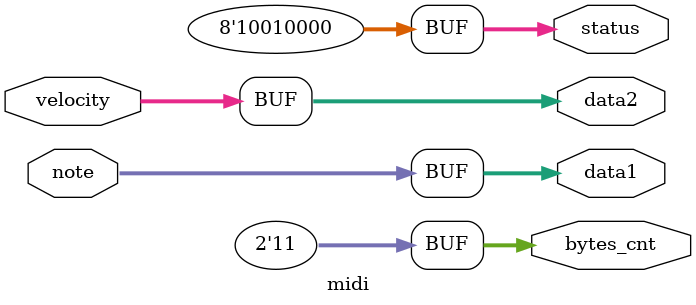
<source format=sv>
module midi
(
	input logic [7:0] note,
	input logic [7:0] velocity,
	output logic [7:0] status,
	output logic [7:0] data1,
	output logic [7:0] data2,
	output logic [1:0] bytes_cnt
);

always_comb begin
	status = 8'h90;
	data1 = note;
	data2 = velocity;
	bytes_cnt = 2'd3;
end

endmodule

</source>
